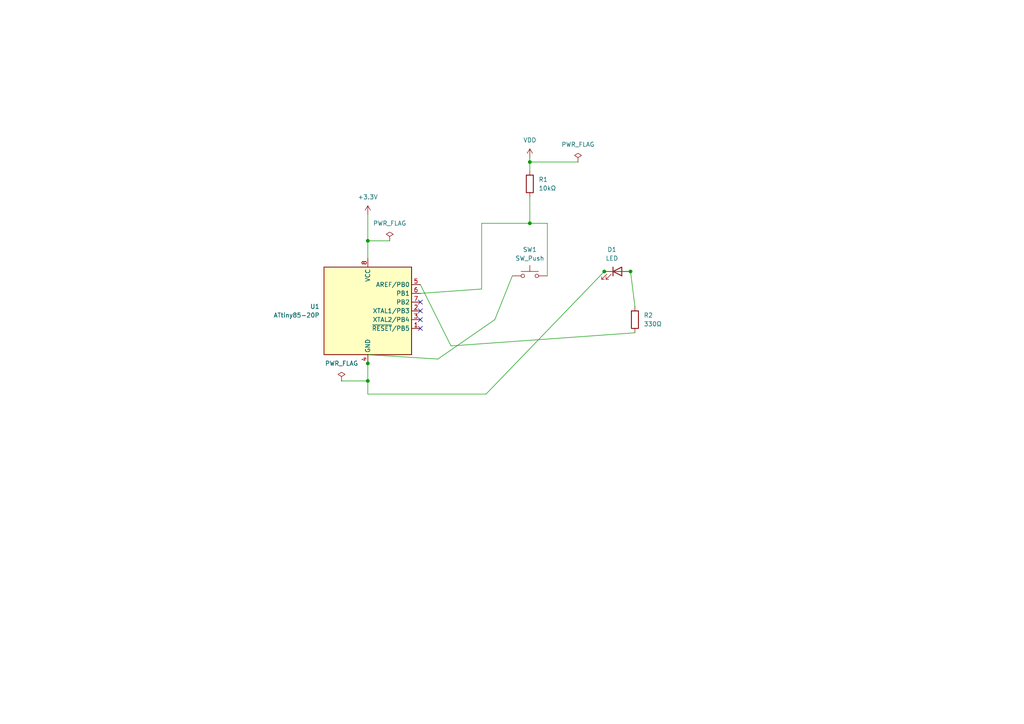
<source format=kicad_sch>
(kicad_sch
	(version 20250114)
	(generator "eeschema")
	(generator_version "9.0")
	(uuid "2006e120-2101-40a5-b9ed-4d81f664c631")
	(paper "A4")
	(title_block
		(title "Toggle led")
		(date "2025-07-30")
		(rev "v1")
	)
	(lib_symbols
		(symbol "Device:LED"
			(pin_numbers
				(hide yes)
			)
			(pin_names
				(offset 1.016)
				(hide yes)
			)
			(exclude_from_sim no)
			(in_bom yes)
			(on_board yes)
			(property "Reference" "D"
				(at 0 2.54 0)
				(effects
					(font
						(size 1.27 1.27)
					)
				)
			)
			(property "Value" "LED"
				(at 0 -2.54 0)
				(effects
					(font
						(size 1.27 1.27)
					)
				)
			)
			(property "Footprint" ""
				(at 0 0 0)
				(effects
					(font
						(size 1.27 1.27)
					)
					(hide yes)
				)
			)
			(property "Datasheet" "~"
				(at 0 0 0)
				(effects
					(font
						(size 1.27 1.27)
					)
					(hide yes)
				)
			)
			(property "Description" "Light emitting diode"
				(at 0 0 0)
				(effects
					(font
						(size 1.27 1.27)
					)
					(hide yes)
				)
			)
			(property "Sim.Pins" "1=K 2=A"
				(at 0 0 0)
				(effects
					(font
						(size 1.27 1.27)
					)
					(hide yes)
				)
			)
			(property "ki_keywords" "LED diode"
				(at 0 0 0)
				(effects
					(font
						(size 1.27 1.27)
					)
					(hide yes)
				)
			)
			(property "ki_fp_filters" "LED* LED_SMD:* LED_THT:*"
				(at 0 0 0)
				(effects
					(font
						(size 1.27 1.27)
					)
					(hide yes)
				)
			)
			(symbol "LED_0_1"
				(polyline
					(pts
						(xy -3.048 -0.762) (xy -4.572 -2.286) (xy -3.81 -2.286) (xy -4.572 -2.286) (xy -4.572 -1.524)
					)
					(stroke
						(width 0)
						(type default)
					)
					(fill
						(type none)
					)
				)
				(polyline
					(pts
						(xy -1.778 -0.762) (xy -3.302 -2.286) (xy -2.54 -2.286) (xy -3.302 -2.286) (xy -3.302 -1.524)
					)
					(stroke
						(width 0)
						(type default)
					)
					(fill
						(type none)
					)
				)
				(polyline
					(pts
						(xy -1.27 0) (xy 1.27 0)
					)
					(stroke
						(width 0)
						(type default)
					)
					(fill
						(type none)
					)
				)
				(polyline
					(pts
						(xy -1.27 -1.27) (xy -1.27 1.27)
					)
					(stroke
						(width 0.254)
						(type default)
					)
					(fill
						(type none)
					)
				)
				(polyline
					(pts
						(xy 1.27 -1.27) (xy 1.27 1.27) (xy -1.27 0) (xy 1.27 -1.27)
					)
					(stroke
						(width 0.254)
						(type default)
					)
					(fill
						(type none)
					)
				)
			)
			(symbol "LED_1_1"
				(pin passive line
					(at -3.81 0 0)
					(length 2.54)
					(name "K"
						(effects
							(font
								(size 1.27 1.27)
							)
						)
					)
					(number "1"
						(effects
							(font
								(size 1.27 1.27)
							)
						)
					)
				)
				(pin passive line
					(at 3.81 0 180)
					(length 2.54)
					(name "A"
						(effects
							(font
								(size 1.27 1.27)
							)
						)
					)
					(number "2"
						(effects
							(font
								(size 1.27 1.27)
							)
						)
					)
				)
			)
			(embedded_fonts no)
		)
		(symbol "Device:R"
			(pin_numbers
				(hide yes)
			)
			(pin_names
				(offset 0)
			)
			(exclude_from_sim no)
			(in_bom yes)
			(on_board yes)
			(property "Reference" "R"
				(at 2.032 0 90)
				(effects
					(font
						(size 1.27 1.27)
					)
				)
			)
			(property "Value" "R"
				(at 0 0 90)
				(effects
					(font
						(size 1.27 1.27)
					)
				)
			)
			(property "Footprint" ""
				(at -1.778 0 90)
				(effects
					(font
						(size 1.27 1.27)
					)
					(hide yes)
				)
			)
			(property "Datasheet" "~"
				(at 0 0 0)
				(effects
					(font
						(size 1.27 1.27)
					)
					(hide yes)
				)
			)
			(property "Description" "Resistor"
				(at 0 0 0)
				(effects
					(font
						(size 1.27 1.27)
					)
					(hide yes)
				)
			)
			(property "ki_keywords" "R res resistor"
				(at 0 0 0)
				(effects
					(font
						(size 1.27 1.27)
					)
					(hide yes)
				)
			)
			(property "ki_fp_filters" "R_*"
				(at 0 0 0)
				(effects
					(font
						(size 1.27 1.27)
					)
					(hide yes)
				)
			)
			(symbol "R_0_1"
				(rectangle
					(start -1.016 -2.54)
					(end 1.016 2.54)
					(stroke
						(width 0.254)
						(type default)
					)
					(fill
						(type none)
					)
				)
			)
			(symbol "R_1_1"
				(pin passive line
					(at 0 3.81 270)
					(length 1.27)
					(name "~"
						(effects
							(font
								(size 1.27 1.27)
							)
						)
					)
					(number "1"
						(effects
							(font
								(size 1.27 1.27)
							)
						)
					)
				)
				(pin passive line
					(at 0 -3.81 90)
					(length 1.27)
					(name "~"
						(effects
							(font
								(size 1.27 1.27)
							)
						)
					)
					(number "2"
						(effects
							(font
								(size 1.27 1.27)
							)
						)
					)
				)
			)
			(embedded_fonts no)
		)
		(symbol "MCU_Microchip_ATtiny:ATtiny85-20P"
			(exclude_from_sim no)
			(in_bom yes)
			(on_board yes)
			(property "Reference" "U"
				(at -12.7 13.97 0)
				(effects
					(font
						(size 1.27 1.27)
					)
					(justify left bottom)
				)
			)
			(property "Value" "ATtiny85-20P"
				(at 2.54 -13.97 0)
				(effects
					(font
						(size 1.27 1.27)
					)
					(justify left top)
				)
			)
			(property "Footprint" "Package_DIP:DIP-8_W7.62mm"
				(at 0 0 0)
				(effects
					(font
						(size 1.27 1.27)
						(italic yes)
					)
					(hide yes)
				)
			)
			(property "Datasheet" "http://ww1.microchip.com/downloads/en/DeviceDoc/atmel-2586-avr-8-bit-microcontroller-attiny25-attiny45-attiny85_datasheet.pdf"
				(at 0 0 0)
				(effects
					(font
						(size 1.27 1.27)
					)
					(hide yes)
				)
			)
			(property "Description" "20MHz, 8kB Flash, 512B SRAM, 512B EEPROM, debugWIRE, DIP-8"
				(at 0 0 0)
				(effects
					(font
						(size 1.27 1.27)
					)
					(hide yes)
				)
			)
			(property "ki_keywords" "AVR 8bit Microcontroller tinyAVR"
				(at 0 0 0)
				(effects
					(font
						(size 1.27 1.27)
					)
					(hide yes)
				)
			)
			(property "ki_fp_filters" "DIP*W7.62mm*"
				(at 0 0 0)
				(effects
					(font
						(size 1.27 1.27)
					)
					(hide yes)
				)
			)
			(symbol "ATtiny85-20P_0_1"
				(rectangle
					(start -12.7 -12.7)
					(end 12.7 12.7)
					(stroke
						(width 0.254)
						(type default)
					)
					(fill
						(type background)
					)
				)
			)
			(symbol "ATtiny85-20P_1_1"
				(pin power_in line
					(at 0 15.24 270)
					(length 2.54)
					(name "VCC"
						(effects
							(font
								(size 1.27 1.27)
							)
						)
					)
					(number "8"
						(effects
							(font
								(size 1.27 1.27)
							)
						)
					)
				)
				(pin power_in line
					(at 0 -15.24 90)
					(length 2.54)
					(name "GND"
						(effects
							(font
								(size 1.27 1.27)
							)
						)
					)
					(number "4"
						(effects
							(font
								(size 1.27 1.27)
							)
						)
					)
				)
				(pin bidirectional line
					(at 15.24 7.62 180)
					(length 2.54)
					(name "AREF/PB0"
						(effects
							(font
								(size 1.27 1.27)
							)
						)
					)
					(number "5"
						(effects
							(font
								(size 1.27 1.27)
							)
						)
					)
				)
				(pin bidirectional line
					(at 15.24 5.08 180)
					(length 2.54)
					(name "PB1"
						(effects
							(font
								(size 1.27 1.27)
							)
						)
					)
					(number "6"
						(effects
							(font
								(size 1.27 1.27)
							)
						)
					)
				)
				(pin bidirectional line
					(at 15.24 2.54 180)
					(length 2.54)
					(name "PB2"
						(effects
							(font
								(size 1.27 1.27)
							)
						)
					)
					(number "7"
						(effects
							(font
								(size 1.27 1.27)
							)
						)
					)
				)
				(pin bidirectional line
					(at 15.24 0 180)
					(length 2.54)
					(name "XTAL1/PB3"
						(effects
							(font
								(size 1.27 1.27)
							)
						)
					)
					(number "2"
						(effects
							(font
								(size 1.27 1.27)
							)
						)
					)
				)
				(pin bidirectional line
					(at 15.24 -2.54 180)
					(length 2.54)
					(name "XTAL2/PB4"
						(effects
							(font
								(size 1.27 1.27)
							)
						)
					)
					(number "3"
						(effects
							(font
								(size 1.27 1.27)
							)
						)
					)
				)
				(pin bidirectional line
					(at 15.24 -5.08 180)
					(length 2.54)
					(name "~{RESET}/PB5"
						(effects
							(font
								(size 1.27 1.27)
							)
						)
					)
					(number "1"
						(effects
							(font
								(size 1.27 1.27)
							)
						)
					)
				)
			)
			(embedded_fonts no)
		)
		(symbol "Switch:SW_Push"
			(pin_numbers
				(hide yes)
			)
			(pin_names
				(offset 1.016)
				(hide yes)
			)
			(exclude_from_sim no)
			(in_bom yes)
			(on_board yes)
			(property "Reference" "SW"
				(at 1.27 2.54 0)
				(effects
					(font
						(size 1.27 1.27)
					)
					(justify left)
				)
			)
			(property "Value" "SW_Push"
				(at 0 -1.524 0)
				(effects
					(font
						(size 1.27 1.27)
					)
				)
			)
			(property "Footprint" ""
				(at 0 5.08 0)
				(effects
					(font
						(size 1.27 1.27)
					)
					(hide yes)
				)
			)
			(property "Datasheet" "~"
				(at 0 5.08 0)
				(effects
					(font
						(size 1.27 1.27)
					)
					(hide yes)
				)
			)
			(property "Description" "Push button switch, generic, two pins"
				(at 0 0 0)
				(effects
					(font
						(size 1.27 1.27)
					)
					(hide yes)
				)
			)
			(property "ki_keywords" "switch normally-open pushbutton push-button"
				(at 0 0 0)
				(effects
					(font
						(size 1.27 1.27)
					)
					(hide yes)
				)
			)
			(symbol "SW_Push_0_1"
				(circle
					(center -2.032 0)
					(radius 0.508)
					(stroke
						(width 0)
						(type default)
					)
					(fill
						(type none)
					)
				)
				(polyline
					(pts
						(xy 0 1.27) (xy 0 3.048)
					)
					(stroke
						(width 0)
						(type default)
					)
					(fill
						(type none)
					)
				)
				(circle
					(center 2.032 0)
					(radius 0.508)
					(stroke
						(width 0)
						(type default)
					)
					(fill
						(type none)
					)
				)
				(polyline
					(pts
						(xy 2.54 1.27) (xy -2.54 1.27)
					)
					(stroke
						(width 0)
						(type default)
					)
					(fill
						(type none)
					)
				)
				(pin passive line
					(at -5.08 0 0)
					(length 2.54)
					(name "1"
						(effects
							(font
								(size 1.27 1.27)
							)
						)
					)
					(number "1"
						(effects
							(font
								(size 1.27 1.27)
							)
						)
					)
				)
				(pin passive line
					(at 5.08 0 180)
					(length 2.54)
					(name "2"
						(effects
							(font
								(size 1.27 1.27)
							)
						)
					)
					(number "2"
						(effects
							(font
								(size 1.27 1.27)
							)
						)
					)
				)
			)
			(embedded_fonts no)
		)
		(symbol "power:+3.3V"
			(power)
			(pin_numbers
				(hide yes)
			)
			(pin_names
				(offset 0)
				(hide yes)
			)
			(exclude_from_sim no)
			(in_bom yes)
			(on_board yes)
			(property "Reference" "#PWR"
				(at 0 -3.81 0)
				(effects
					(font
						(size 1.27 1.27)
					)
					(hide yes)
				)
			)
			(property "Value" "+3.3V"
				(at 0 3.556 0)
				(effects
					(font
						(size 1.27 1.27)
					)
				)
			)
			(property "Footprint" ""
				(at 0 0 0)
				(effects
					(font
						(size 1.27 1.27)
					)
					(hide yes)
				)
			)
			(property "Datasheet" ""
				(at 0 0 0)
				(effects
					(font
						(size 1.27 1.27)
					)
					(hide yes)
				)
			)
			(property "Description" "Power symbol creates a global label with name \"+3.3V\""
				(at 0 0 0)
				(effects
					(font
						(size 1.27 1.27)
					)
					(hide yes)
				)
			)
			(property "ki_keywords" "global power"
				(at 0 0 0)
				(effects
					(font
						(size 1.27 1.27)
					)
					(hide yes)
				)
			)
			(symbol "+3.3V_0_1"
				(polyline
					(pts
						(xy -0.762 1.27) (xy 0 2.54)
					)
					(stroke
						(width 0)
						(type default)
					)
					(fill
						(type none)
					)
				)
				(polyline
					(pts
						(xy 0 2.54) (xy 0.762 1.27)
					)
					(stroke
						(width 0)
						(type default)
					)
					(fill
						(type none)
					)
				)
				(polyline
					(pts
						(xy 0 0) (xy 0 2.54)
					)
					(stroke
						(width 0)
						(type default)
					)
					(fill
						(type none)
					)
				)
			)
			(symbol "+3.3V_1_1"
				(pin power_in line
					(at 0 0 90)
					(length 0)
					(name "~"
						(effects
							(font
								(size 1.27 1.27)
							)
						)
					)
					(number "1"
						(effects
							(font
								(size 1.27 1.27)
							)
						)
					)
				)
			)
			(embedded_fonts no)
		)
		(symbol "power:PWR_FLAG"
			(power)
			(pin_numbers
				(hide yes)
			)
			(pin_names
				(offset 0)
				(hide yes)
			)
			(exclude_from_sim no)
			(in_bom yes)
			(on_board yes)
			(property "Reference" "#FLG"
				(at 0 1.905 0)
				(effects
					(font
						(size 1.27 1.27)
					)
					(hide yes)
				)
			)
			(property "Value" "PWR_FLAG"
				(at 0 3.81 0)
				(effects
					(font
						(size 1.27 1.27)
					)
				)
			)
			(property "Footprint" ""
				(at 0 0 0)
				(effects
					(font
						(size 1.27 1.27)
					)
					(hide yes)
				)
			)
			(property "Datasheet" "~"
				(at 0 0 0)
				(effects
					(font
						(size 1.27 1.27)
					)
					(hide yes)
				)
			)
			(property "Description" "Special symbol for telling ERC where power comes from"
				(at 0 0 0)
				(effects
					(font
						(size 1.27 1.27)
					)
					(hide yes)
				)
			)
			(property "ki_keywords" "flag power"
				(at 0 0 0)
				(effects
					(font
						(size 1.27 1.27)
					)
					(hide yes)
				)
			)
			(symbol "PWR_FLAG_0_0"
				(pin power_out line
					(at 0 0 90)
					(length 0)
					(name "~"
						(effects
							(font
								(size 1.27 1.27)
							)
						)
					)
					(number "1"
						(effects
							(font
								(size 1.27 1.27)
							)
						)
					)
				)
			)
			(symbol "PWR_FLAG_0_1"
				(polyline
					(pts
						(xy 0 0) (xy 0 1.27) (xy -1.016 1.905) (xy 0 2.54) (xy 1.016 1.905) (xy 0 1.27)
					)
					(stroke
						(width 0)
						(type default)
					)
					(fill
						(type none)
					)
				)
			)
			(embedded_fonts no)
		)
		(symbol "power:VDD"
			(power)
			(pin_numbers
				(hide yes)
			)
			(pin_names
				(offset 0)
				(hide yes)
			)
			(exclude_from_sim no)
			(in_bom yes)
			(on_board yes)
			(property "Reference" "#PWR"
				(at 0 -3.81 0)
				(effects
					(font
						(size 1.27 1.27)
					)
					(hide yes)
				)
			)
			(property "Value" "VDD"
				(at 0 3.556 0)
				(effects
					(font
						(size 1.27 1.27)
					)
				)
			)
			(property "Footprint" ""
				(at 0 0 0)
				(effects
					(font
						(size 1.27 1.27)
					)
					(hide yes)
				)
			)
			(property "Datasheet" ""
				(at 0 0 0)
				(effects
					(font
						(size 1.27 1.27)
					)
					(hide yes)
				)
			)
			(property "Description" "Power symbol creates a global label with name \"VDD\""
				(at 0 0 0)
				(effects
					(font
						(size 1.27 1.27)
					)
					(hide yes)
				)
			)
			(property "ki_keywords" "global power"
				(at 0 0 0)
				(effects
					(font
						(size 1.27 1.27)
					)
					(hide yes)
				)
			)
			(symbol "VDD_0_1"
				(polyline
					(pts
						(xy -0.762 1.27) (xy 0 2.54)
					)
					(stroke
						(width 0)
						(type default)
					)
					(fill
						(type none)
					)
				)
				(polyline
					(pts
						(xy 0 2.54) (xy 0.762 1.27)
					)
					(stroke
						(width 0)
						(type default)
					)
					(fill
						(type none)
					)
				)
				(polyline
					(pts
						(xy 0 0) (xy 0 2.54)
					)
					(stroke
						(width 0)
						(type default)
					)
					(fill
						(type none)
					)
				)
			)
			(symbol "VDD_1_1"
				(pin power_in line
					(at 0 0 90)
					(length 0)
					(name "~"
						(effects
							(font
								(size 1.27 1.27)
							)
						)
					)
					(number "1"
						(effects
							(font
								(size 1.27 1.27)
							)
						)
					)
				)
			)
			(embedded_fonts no)
		)
	)
	(junction
		(at 153.67 46.99)
		(diameter 0)
		(color 0 0 0 0)
		(uuid "00d8548c-c7b2-4f0c-8758-9da7f532567b")
	)
	(junction
		(at 153.67 64.77)
		(diameter 0)
		(color 0 0 0 0)
		(uuid "60edf5c0-8df0-4b4e-a890-635bfdcf19ed")
	)
	(junction
		(at 106.68 110.49)
		(diameter 0)
		(color 0 0 0 0)
		(uuid "80c2aab2-ea2d-4bdf-b436-ed39a34615f1")
	)
	(junction
		(at 106.68 69.85)
		(diameter 0)
		(color 0 0 0 0)
		(uuid "8e2f0a8c-4c7c-440d-b65c-32974c5efaf6")
	)
	(junction
		(at 175.26 78.74)
		(diameter 0)
		(color 0 0 0 0)
		(uuid "8f8460c2-bc93-418c-9551-ab168cff2d34")
	)
	(junction
		(at 182.88 78.74)
		(diameter 0)
		(color 0 0 0 0)
		(uuid "d829a00e-6e71-49fc-b76f-4e4ba420c2d3")
	)
	(junction
		(at 106.68 105.41)
		(diameter 0)
		(color 0 0 0 0)
		(uuid "e7361d64-aab1-4f97-85f9-eea35a2a1b72")
	)
	(no_connect
		(at 121.92 87.63)
		(uuid "15bc699b-ce1a-4200-b8a5-0565c9b44668")
	)
	(no_connect
		(at 121.92 92.71)
		(uuid "597e0530-ba0d-4d3b-84c0-17a842e4dd57")
	)
	(no_connect
		(at 121.92 95.25)
		(uuid "6085fa27-08b8-405e-8d7e-5e069cb42e8a")
	)
	(no_connect
		(at 121.92 90.17)
		(uuid "9a47fa53-44ae-4edc-8720-2600b79e33a5")
	)
	(wire
		(pts
			(xy 153.67 64.77) (xy 139.7 64.77)
		)
		(stroke
			(width 0)
			(type default)
		)
		(uuid "07842b20-63e6-472a-bb98-b1ccc4fce82e")
	)
	(wire
		(pts
			(xy 158.75 64.77) (xy 153.67 64.77)
		)
		(stroke
			(width 0)
			(type default)
		)
		(uuid "084a2277-c30d-4409-8819-50fa6ddea786")
	)
	(wire
		(pts
			(xy 106.68 62.23) (xy 106.68 69.85)
		)
		(stroke
			(width 0)
			(type default)
		)
		(uuid "10f98756-a30c-4ef6-80b7-93fa9b5a7b44")
	)
	(wire
		(pts
			(xy 127 104.14) (xy 106.68 102.87)
		)
		(stroke
			(width 0)
			(type default)
		)
		(uuid "11c15731-1e81-49aa-a1f7-969587dc0ab5")
	)
	(wire
		(pts
			(xy 153.67 57.15) (xy 153.67 64.77)
		)
		(stroke
			(width 0)
			(type default)
		)
		(uuid "1d024c44-6e00-4377-9527-6bf07278acbf")
	)
	(wire
		(pts
			(xy 139.7 83.82) (xy 121.92 85.09)
		)
		(stroke
			(width 0)
			(type default)
		)
		(uuid "23b3193d-e325-4732-9f9c-22d2958c8c07")
	)
	(wire
		(pts
			(xy 127 104.14) (xy 143.51 92.71)
		)
		(stroke
			(width 0)
			(type default)
		)
		(uuid "280a447e-3eaa-4e71-b077-ffb3a96c7890")
	)
	(wire
		(pts
			(xy 139.7 64.77) (xy 139.7 83.82)
		)
		(stroke
			(width 0)
			(type default)
		)
		(uuid "2e93d4e8-9180-4936-a265-1925ffca96b0")
	)
	(wire
		(pts
			(xy 99.06 110.49) (xy 106.68 110.49)
		)
		(stroke
			(width 0)
			(type default)
		)
		(uuid "32bb746e-fa09-469a-82b4-266513af2a54")
	)
	(wire
		(pts
			(xy 106.68 102.87) (xy 106.68 105.41)
		)
		(stroke
			(width 0)
			(type default)
		)
		(uuid "4a340341-6819-4fc5-80e3-0b8ac3a68486")
	)
	(wire
		(pts
			(xy 184.15 96.52) (xy 130.81 100.33)
		)
		(stroke
			(width 0)
			(type default)
		)
		(uuid "68777ca1-d3d2-41d5-9f42-10d32c18e8df")
	)
	(wire
		(pts
			(xy 153.67 45.72) (xy 153.67 46.99)
		)
		(stroke
			(width 0)
			(type default)
		)
		(uuid "77b20d5c-ac81-44a2-a9e1-eb0dc922a14b")
	)
	(wire
		(pts
			(xy 106.68 110.49) (xy 106.68 114.3)
		)
		(stroke
			(width 0)
			(type default)
		)
		(uuid "7c5ccf68-88ce-4d0d-bb4a-8a7109a58546")
	)
	(wire
		(pts
			(xy 167.64 46.99) (xy 153.67 46.99)
		)
		(stroke
			(width 0)
			(type default)
		)
		(uuid "92454d5c-424a-4b09-b405-3c90a8edad9d")
	)
	(wire
		(pts
			(xy 106.68 105.41) (xy 106.68 110.49)
		)
		(stroke
			(width 0)
			(type default)
		)
		(uuid "9265a494-de72-4a46-ae16-2e371945e1a7")
	)
	(wire
		(pts
			(xy 184.15 88.9) (xy 182.88 78.74)
		)
		(stroke
			(width 0)
			(type default)
		)
		(uuid "976aaf7a-53bf-4305-8e70-be72af89e2a8")
	)
	(wire
		(pts
			(xy 106.68 69.85) (xy 106.68 74.93)
		)
		(stroke
			(width 0)
			(type default)
		)
		(uuid "9c1a7dbb-2cf4-4bf0-a536-82fb9b48b1a5")
	)
	(wire
		(pts
			(xy 153.67 46.99) (xy 153.67 49.53)
		)
		(stroke
			(width 0)
			(type default)
		)
		(uuid "a26d7a41-14c7-41f0-a11d-60084f730adf")
	)
	(wire
		(pts
			(xy 175.26 78.74) (xy 182.88 78.74)
		)
		(stroke
			(width 0)
			(type default)
		)
		(uuid "a82dbaad-77af-4f09-befa-bd9ff853161b")
	)
	(wire
		(pts
			(xy 148.59 80.01) (xy 143.51 92.71)
		)
		(stroke
			(width 0)
			(type default)
		)
		(uuid "c5141bcf-01e7-479c-b2c3-7c1b2f102dc9")
	)
	(wire
		(pts
			(xy 130.81 100.33) (xy 121.92 82.55)
		)
		(stroke
			(width 0)
			(type default)
		)
		(uuid "c7272ddc-70a3-4d6a-8f43-0aa2da084285")
	)
	(wire
		(pts
			(xy 140.97 114.3) (xy 106.68 114.3)
		)
		(stroke
			(width 0)
			(type default)
		)
		(uuid "c753678e-275a-4500-bba0-eaf3d1774591")
	)
	(wire
		(pts
			(xy 158.75 80.01) (xy 158.75 64.77)
		)
		(stroke
			(width 0)
			(type default)
		)
		(uuid "cde8c5e2-01ae-4036-800a-e52013f57e97")
	)
	(wire
		(pts
			(xy 140.97 114.3) (xy 175.26 78.74)
		)
		(stroke
			(width 0)
			(type default)
		)
		(uuid "e4c50763-d048-4031-97e6-8d8a471b2fb0")
	)
	(wire
		(pts
			(xy 113.03 69.85) (xy 106.68 69.85)
		)
		(stroke
			(width 0)
			(type default)
		)
		(uuid "f48e0734-c237-41a7-8299-47173326987f")
	)
	(symbol
		(lib_id "power:PWR_FLAG")
		(at 99.06 110.49 0)
		(unit 1)
		(exclude_from_sim no)
		(in_bom yes)
		(on_board yes)
		(dnp no)
		(fields_autoplaced yes)
		(uuid "02959891-91ec-4682-b23e-101c65023bf3")
		(property "Reference" "#FLG02"
			(at 99.06 108.585 0)
			(effects
				(font
					(size 1.27 1.27)
				)
				(hide yes)
			)
		)
		(property "Value" "PWR_FLAG"
			(at 99.06 105.41 0)
			(effects
				(font
					(size 1.27 1.27)
				)
			)
		)
		(property "Footprint" ""
			(at 99.06 110.49 0)
			(effects
				(font
					(size 1.27 1.27)
				)
				(hide yes)
			)
		)
		(property "Datasheet" "~"
			(at 99.06 110.49 0)
			(effects
				(font
					(size 1.27 1.27)
				)
				(hide yes)
			)
		)
		(property "Description" "Special symbol for telling ERC where power comes from"
			(at 99.06 110.49 0)
			(effects
				(font
					(size 1.27 1.27)
				)
				(hide yes)
			)
		)
		(pin "1"
			(uuid "d9d6cff9-a669-45a4-ba59-37a1bef60796")
		)
		(instances
			(project "led toggle"
				(path "/2006e120-2101-40a5-b9ed-4d81f664c631"
					(reference "#FLG02")
					(unit 1)
				)
			)
		)
	)
	(symbol
		(lib_id "Device:R")
		(at 153.67 53.34 0)
		(unit 1)
		(exclude_from_sim no)
		(in_bom yes)
		(on_board yes)
		(dnp no)
		(fields_autoplaced yes)
		(uuid "0c73006d-e744-4a76-8e0f-bc63e0abcec2")
		(property "Reference" "R1"
			(at 156.21 52.0699 0)
			(effects
				(font
					(size 1.27 1.27)
				)
				(justify left)
			)
		)
		(property "Value" "10kΩ"
			(at 156.21 54.6099 0)
			(effects
				(font
					(size 1.27 1.27)
				)
				(justify left)
			)
		)
		(property "Footprint" "Resistor_THT:R_Axial_DIN0207_L6.3mm_D2.5mm_P7.62mm_Horizontal"
			(at 151.892 53.34 90)
			(effects
				(font
					(size 1.27 1.27)
				)
				(hide yes)
			)
		)
		(property "Datasheet" "~"
			(at 153.67 53.34 0)
			(effects
				(font
					(size 1.27 1.27)
				)
				(hide yes)
			)
		)
		(property "Description" "Resistor"
			(at 153.67 53.34 0)
			(effects
				(font
					(size 1.27 1.27)
				)
				(hide yes)
			)
		)
		(pin "2"
			(uuid "9773a86f-7a24-4e9c-a779-855fc439395a")
		)
		(pin "1"
			(uuid "fe56ffb7-5f29-4474-81c3-16d374130427")
		)
		(instances
			(project ""
				(path "/2006e120-2101-40a5-b9ed-4d81f664c631"
					(reference "R1")
					(unit 1)
				)
			)
		)
	)
	(symbol
		(lib_id "power:PWR_FLAG")
		(at 167.64 46.99 0)
		(unit 1)
		(exclude_from_sim no)
		(in_bom yes)
		(on_board yes)
		(dnp no)
		(fields_autoplaced yes)
		(uuid "1b94f6ac-7128-4ec1-99ec-5169f6465031")
		(property "Reference" "#FLG03"
			(at 167.64 45.085 0)
			(effects
				(font
					(size 1.27 1.27)
				)
				(hide yes)
			)
		)
		(property "Value" "PWR_FLAG"
			(at 167.64 41.91 0)
			(effects
				(font
					(size 1.27 1.27)
				)
			)
		)
		(property "Footprint" ""
			(at 167.64 46.99 0)
			(effects
				(font
					(size 1.27 1.27)
				)
				(hide yes)
			)
		)
		(property "Datasheet" "~"
			(at 167.64 46.99 0)
			(effects
				(font
					(size 1.27 1.27)
				)
				(hide yes)
			)
		)
		(property "Description" "Special symbol for telling ERC where power comes from"
			(at 167.64 46.99 0)
			(effects
				(font
					(size 1.27 1.27)
				)
				(hide yes)
			)
		)
		(pin "1"
			(uuid "c2646809-1430-47eb-a9b1-88d5cd64757f")
		)
		(instances
			(project "led toggle"
				(path "/2006e120-2101-40a5-b9ed-4d81f664c631"
					(reference "#FLG03")
					(unit 1)
				)
			)
		)
	)
	(symbol
		(lib_id "MCU_Microchip_ATtiny:ATtiny85-20P")
		(at 106.68 90.17 0)
		(unit 1)
		(exclude_from_sim no)
		(in_bom yes)
		(on_board yes)
		(dnp no)
		(fields_autoplaced yes)
		(uuid "3daebc1b-dc96-4ce8-ac9d-0a297e558e53")
		(property "Reference" "U1"
			(at 92.71 88.8999 0)
			(effects
				(font
					(size 1.27 1.27)
				)
				(justify right)
			)
		)
		(property "Value" "ATtiny85-20P"
			(at 92.71 91.4399 0)
			(effects
				(font
					(size 1.27 1.27)
				)
				(justify right)
			)
		)
		(property "Footprint" "Package_DIP:DIP-8_W7.62mm"
			(at 106.68 90.17 0)
			(effects
				(font
					(size 1.27 1.27)
					(italic yes)
				)
				(hide yes)
			)
		)
		(property "Datasheet" "http://ww1.microchip.com/downloads/en/DeviceDoc/atmel-2586-avr-8-bit-microcontroller-attiny25-attiny45-attiny85_datasheet.pdf"
			(at 106.68 90.17 0)
			(effects
				(font
					(size 1.27 1.27)
				)
				(hide yes)
			)
		)
		(property "Description" "20MHz, 8kB Flash, 512B SRAM, 512B EEPROM, debugWIRE, DIP-8"
			(at 106.68 90.17 0)
			(effects
				(font
					(size 1.27 1.27)
				)
				(hide yes)
			)
		)
		(pin "4"
			(uuid "901ceddb-544f-456d-ae31-dae6a286a2aa")
		)
		(pin "8"
			(uuid "1e999d78-3eeb-40db-a4bd-5c6a1275abf3")
		)
		(pin "5"
			(uuid "7821c86e-f0c2-4b97-a9c0-d48d14ea0161")
		)
		(pin "2"
			(uuid "2515916d-f846-45bf-b10b-0d46a0d3f4d0")
		)
		(pin "3"
			(uuid "d71b0fd9-ea8b-45fb-b2f0-a094f7312bb0")
		)
		(pin "7"
			(uuid "f527ca55-259f-4a50-b1be-f8455523150f")
		)
		(pin "6"
			(uuid "394ffbad-ace7-4fc9-87af-298a051e3dce")
		)
		(pin "1"
			(uuid "9e7007c0-69e2-4188-a292-b6cf90905418")
		)
		(instances
			(project ""
				(path "/2006e120-2101-40a5-b9ed-4d81f664c631"
					(reference "U1")
					(unit 1)
				)
			)
		)
	)
	(symbol
		(lib_id "power:+3.3V")
		(at 106.68 62.23 0)
		(unit 1)
		(exclude_from_sim no)
		(in_bom yes)
		(on_board yes)
		(dnp no)
		(fields_autoplaced yes)
		(uuid "4b8fd956-74a5-423f-91b8-c858cb69be56")
		(property "Reference" "#PWR01"
			(at 106.68 66.04 0)
			(effects
				(font
					(size 1.27 1.27)
				)
				(hide yes)
			)
		)
		(property "Value" "+3.3V"
			(at 106.68 57.15 0)
			(effects
				(font
					(size 1.27 1.27)
				)
			)
		)
		(property "Footprint" ""
			(at 106.68 62.23 0)
			(effects
				(font
					(size 1.27 1.27)
				)
				(hide yes)
			)
		)
		(property "Datasheet" ""
			(at 106.68 62.23 0)
			(effects
				(font
					(size 1.27 1.27)
				)
				(hide yes)
			)
		)
		(property "Description" "Power symbol creates a global label with name \"+3.3V\""
			(at 106.68 62.23 0)
			(effects
				(font
					(size 1.27 1.27)
				)
				(hide yes)
			)
		)
		(pin "1"
			(uuid "a54ed917-b32e-423d-b16c-0141fce7884d")
		)
		(instances
			(project ""
				(path "/2006e120-2101-40a5-b9ed-4d81f664c631"
					(reference "#PWR01")
					(unit 1)
				)
			)
		)
	)
	(symbol
		(lib_id "power:PWR_FLAG")
		(at 113.03 69.85 0)
		(unit 1)
		(exclude_from_sim no)
		(in_bom yes)
		(on_board yes)
		(dnp no)
		(fields_autoplaced yes)
		(uuid "728164d1-a421-44b7-b706-2aed75165685")
		(property "Reference" "#FLG01"
			(at 113.03 67.945 0)
			(effects
				(font
					(size 1.27 1.27)
				)
				(hide yes)
			)
		)
		(property "Value" "PWR_FLAG"
			(at 113.03 64.77 0)
			(effects
				(font
					(size 1.27 1.27)
				)
			)
		)
		(property "Footprint" ""
			(at 113.03 69.85 0)
			(effects
				(font
					(size 1.27 1.27)
				)
				(hide yes)
			)
		)
		(property "Datasheet" "~"
			(at 113.03 69.85 0)
			(effects
				(font
					(size 1.27 1.27)
				)
				(hide yes)
			)
		)
		(property "Description" "Special symbol for telling ERC where power comes from"
			(at 113.03 69.85 0)
			(effects
				(font
					(size 1.27 1.27)
				)
				(hide yes)
			)
		)
		(pin "1"
			(uuid "027123a6-785c-4c99-a6f4-073694b43c66")
		)
		(instances
			(project ""
				(path "/2006e120-2101-40a5-b9ed-4d81f664c631"
					(reference "#FLG01")
					(unit 1)
				)
			)
		)
	)
	(symbol
		(lib_id "power:VDD")
		(at 153.67 45.72 0)
		(unit 1)
		(exclude_from_sim no)
		(in_bom yes)
		(on_board yes)
		(dnp no)
		(fields_autoplaced yes)
		(uuid "854722d0-fc5f-46ef-982d-7c59f12f5fa2")
		(property "Reference" "#PWR02"
			(at 153.67 49.53 0)
			(effects
				(font
					(size 1.27 1.27)
				)
				(hide yes)
			)
		)
		(property "Value" "VDD"
			(at 153.67 40.64 0)
			(effects
				(font
					(size 1.27 1.27)
				)
			)
		)
		(property "Footprint" ""
			(at 153.67 45.72 0)
			(effects
				(font
					(size 1.27 1.27)
				)
				(hide yes)
			)
		)
		(property "Datasheet" ""
			(at 153.67 45.72 0)
			(effects
				(font
					(size 1.27 1.27)
				)
				(hide yes)
			)
		)
		(property "Description" "Power symbol creates a global label with name \"VDD\""
			(at 153.67 45.72 0)
			(effects
				(font
					(size 1.27 1.27)
				)
				(hide yes)
			)
		)
		(pin "1"
			(uuid "bfebbd70-0956-476d-ae85-63ed9da64c57")
		)
		(instances
			(project ""
				(path "/2006e120-2101-40a5-b9ed-4d81f664c631"
					(reference "#PWR02")
					(unit 1)
				)
			)
		)
	)
	(symbol
		(lib_id "Switch:SW_Push")
		(at 153.67 80.01 0)
		(unit 1)
		(exclude_from_sim no)
		(in_bom yes)
		(on_board yes)
		(dnp no)
		(fields_autoplaced yes)
		(uuid "8f476e94-61d2-4842-a9dc-8957513ae3c9")
		(property "Reference" "SW1"
			(at 153.67 72.39 0)
			(effects
				(font
					(size 1.27 1.27)
				)
			)
		)
		(property "Value" "SW_Push"
			(at 153.67 74.93 0)
			(effects
				(font
					(size 1.27 1.27)
				)
			)
		)
		(property "Footprint" "Button_Switch_THT:SW_PUSH_6mm_H5mm"
			(at 153.67 74.93 0)
			(effects
				(font
					(size 1.27 1.27)
				)
				(hide yes)
			)
		)
		(property "Datasheet" "~"
			(at 153.67 74.93 0)
			(effects
				(font
					(size 1.27 1.27)
				)
				(hide yes)
			)
		)
		(property "Description" "Push button switch, generic, two pins"
			(at 153.67 80.01 0)
			(effects
				(font
					(size 1.27 1.27)
				)
				(hide yes)
			)
		)
		(pin "1"
			(uuid "b053d61b-a2d6-4c9e-a3a8-d5393c482d8f")
		)
		(pin "2"
			(uuid "40823b3d-668b-44da-9432-a689a512f6ae")
		)
		(instances
			(project ""
				(path "/2006e120-2101-40a5-b9ed-4d81f664c631"
					(reference "SW1")
					(unit 1)
				)
			)
		)
	)
	(symbol
		(lib_id "Device:R")
		(at 184.15 92.71 0)
		(unit 1)
		(exclude_from_sim no)
		(in_bom yes)
		(on_board yes)
		(dnp no)
		(fields_autoplaced yes)
		(uuid "b6cf338b-2414-478a-980e-91853d64c65f")
		(property "Reference" "R2"
			(at 186.69 91.4399 0)
			(effects
				(font
					(size 1.27 1.27)
				)
				(justify left)
			)
		)
		(property "Value" "330Ω"
			(at 186.69 93.9799 0)
			(effects
				(font
					(size 1.27 1.27)
				)
				(justify left)
			)
		)
		(property "Footprint" "Resistor_THT:R_Axial_DIN0207_L6.3mm_D2.5mm_P7.62mm_Horizontal"
			(at 182.372 92.71 90)
			(effects
				(font
					(size 1.27 1.27)
				)
				(hide yes)
			)
		)
		(property "Datasheet" "~"
			(at 184.15 92.71 0)
			(effects
				(font
					(size 1.27 1.27)
				)
				(hide yes)
			)
		)
		(property "Description" "Resistor"
			(at 184.15 92.71 0)
			(effects
				(font
					(size 1.27 1.27)
				)
				(hide yes)
			)
		)
		(pin "2"
			(uuid "737e613b-61b1-4c26-8c47-81bcd5a7d62d")
		)
		(pin "1"
			(uuid "47bd4255-d111-41c7-8569-be708a904491")
		)
		(instances
			(project ""
				(path "/2006e120-2101-40a5-b9ed-4d81f664c631"
					(reference "R2")
					(unit 1)
				)
			)
		)
	)
	(symbol
		(lib_id "Device:LED")
		(at 179.07 78.74 0)
		(unit 1)
		(exclude_from_sim no)
		(in_bom yes)
		(on_board yes)
		(dnp no)
		(fields_autoplaced yes)
		(uuid "cb299c90-4759-4dcd-b8f5-00d5e6d11795")
		(property "Reference" "D1"
			(at 177.4825 72.39 0)
			(effects
				(font
					(size 1.27 1.27)
				)
			)
		)
		(property "Value" "LED"
			(at 177.4825 74.93 0)
			(effects
				(font
					(size 1.27 1.27)
				)
			)
		)
		(property "Footprint" "LED_THT:LED_D5.0mm"
			(at 179.07 78.74 0)
			(effects
				(font
					(size 1.27 1.27)
				)
				(hide yes)
			)
		)
		(property "Datasheet" "~"
			(at 179.07 78.74 0)
			(effects
				(font
					(size 1.27 1.27)
				)
				(hide yes)
			)
		)
		(property "Description" "Light emitting diode"
			(at 179.07 78.74 0)
			(effects
				(font
					(size 1.27 1.27)
				)
				(hide yes)
			)
		)
		(property "Sim.Pins" "1=K 2=A"
			(at 179.07 78.74 0)
			(effects
				(font
					(size 1.27 1.27)
				)
				(hide yes)
			)
		)
		(pin "1"
			(uuid "b52daf71-4587-4e0c-92e7-bde2841c87f4")
		)
		(pin "2"
			(uuid "cfb7bc2d-9243-4d44-9434-1799d1fe8c3a")
		)
		(instances
			(project ""
				(path "/2006e120-2101-40a5-b9ed-4d81f664c631"
					(reference "D1")
					(unit 1)
				)
			)
		)
	)
	(sheet_instances
		(path "/"
			(page "1")
		)
	)
	(embedded_fonts no)
)

</source>
